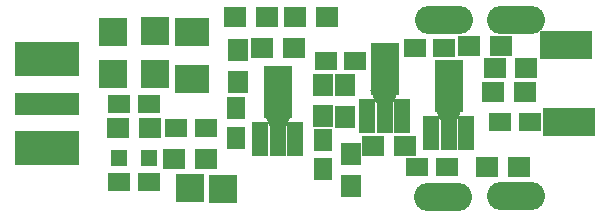
<source format=gbr>
G04 #@! TF.FileFunction,Soldermask,Top*
%FSLAX46Y46*%
G04 Gerber Fmt 4.6, Leading zero omitted, Abs format (unit mm)*
G04 Created by KiCad (PCBNEW 4.0.7) date 04/20/20 11:02:02*
%MOMM*%
%LPD*%
G01*
G04 APERTURE LIST*
%ADD10C,0.100000*%
%ADD11R,1.900000X1.700000*%
%ADD12R,1.900000X1.650000*%
%ADD13R,1.650000X1.900000*%
%ADD14R,1.400000X1.400000*%
%ADD15R,1.700000X1.900000*%
%ADD16R,2.900000X2.400000*%
%ADD17O,4.900000X2.400000*%
%ADD18R,4.400000X2.400000*%
%ADD19R,2.400000X2.400000*%
%ADD20R,1.400000X2.900000*%
%ADD21R,2.400000X4.400000*%
%ADD22R,5.480000X2.900000*%
%ADD23R,5.480000X1.900000*%
G04 APERTURE END LIST*
D10*
D11*
X82000000Y-95900000D03*
X79300000Y-95900000D03*
D12*
X106954000Y-92710000D03*
X109454000Y-92710000D03*
X99900000Y-96600000D03*
X102400000Y-96600000D03*
D13*
X91948000Y-94254000D03*
X91948000Y-96754000D03*
D12*
X74696000Y-91186000D03*
X77196000Y-91186000D03*
X74696000Y-97790000D03*
X77196000Y-97790000D03*
D13*
X84600000Y-94100000D03*
X84600000Y-91600000D03*
D14*
X77196000Y-95758000D03*
X74696000Y-95758000D03*
D11*
X104330000Y-86340000D03*
X107030000Y-86340000D03*
X105800000Y-96550000D03*
X108500000Y-96550000D03*
X109150000Y-88200000D03*
X106450000Y-88200000D03*
X96150000Y-94775000D03*
X98850000Y-94775000D03*
D15*
X94325000Y-98150000D03*
X94325000Y-95450000D03*
X93750000Y-89600000D03*
X93750000Y-92300000D03*
X84700000Y-89375000D03*
X84700000Y-86675000D03*
D11*
X86750000Y-86525000D03*
X89450000Y-86525000D03*
X74596000Y-93218000D03*
X77296000Y-93218000D03*
X89582000Y-83820000D03*
X92282000Y-83820000D03*
X87202000Y-83820000D03*
X84502000Y-83820000D03*
D16*
X80875000Y-89150000D03*
X80875000Y-85150000D03*
D17*
X108300000Y-99025000D03*
X102100000Y-99075000D03*
X108240000Y-84120000D03*
X102150000Y-84080000D03*
D12*
X99700000Y-86525000D03*
X102200000Y-86525000D03*
X94675000Y-87575000D03*
X92175000Y-87575000D03*
X79522000Y-93218000D03*
X82022000Y-93218000D03*
D18*
X112720000Y-92750000D03*
X112500000Y-86230000D03*
D19*
X80675000Y-98300000D03*
X77725000Y-88700000D03*
X74168000Y-88646000D03*
X83500000Y-98400000D03*
X77700000Y-85075000D03*
X74168000Y-85090000D03*
D11*
X106346000Y-90170000D03*
X109046000Y-90170000D03*
D15*
X91948000Y-92282000D03*
X91948000Y-89582000D03*
D20*
X101075000Y-93655000D03*
X102575000Y-93655000D03*
X104075000Y-93655000D03*
D21*
X102575000Y-89695000D03*
D10*
G36*
X103775000Y-91470000D02*
X103275000Y-92620000D01*
X101875000Y-92620000D01*
X101375000Y-91470000D01*
X103775000Y-91470000D01*
X103775000Y-91470000D01*
G37*
D20*
X95650000Y-92205000D03*
X97150000Y-92205000D03*
X98650000Y-92205000D03*
D21*
X97150000Y-88245000D03*
D10*
G36*
X98350000Y-90020000D02*
X97850000Y-91170000D01*
X96450000Y-91170000D01*
X95950000Y-90020000D01*
X98350000Y-90020000D01*
X98350000Y-90020000D01*
G37*
D20*
X86600000Y-94180000D03*
X88100000Y-94180000D03*
X89600000Y-94180000D03*
D21*
X88100000Y-90220000D03*
D10*
G36*
X89300000Y-91995000D02*
X88800000Y-93145000D01*
X87400000Y-93145000D01*
X86900000Y-91995000D01*
X89300000Y-91995000D01*
X89300000Y-91995000D01*
G37*
D22*
X68550000Y-87450000D03*
X68550000Y-94950000D03*
D23*
X68550000Y-91200000D03*
M02*

</source>
